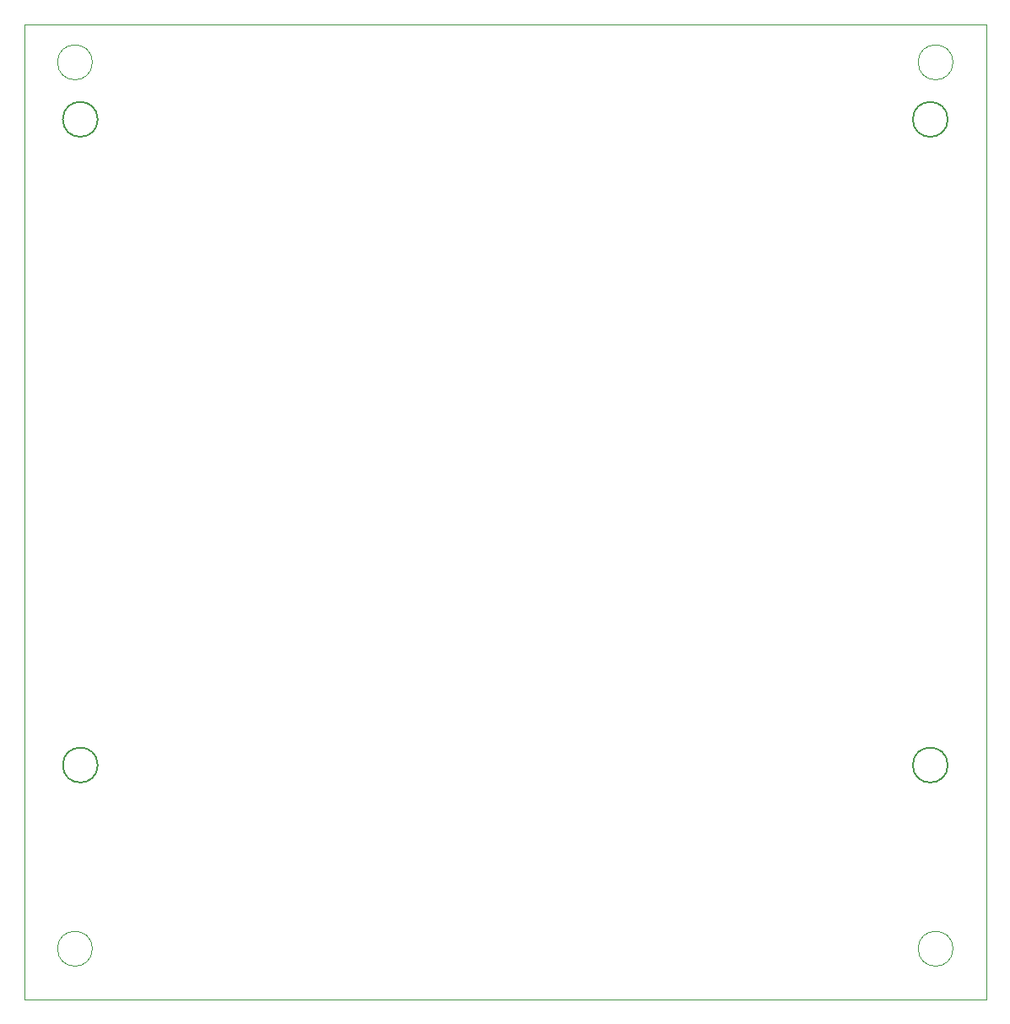
<source format=gbr>
G04 #@! TF.GenerationSoftware,KiCad,Pcbnew,(5.1.9)-1*
G04 #@! TF.CreationDate,2021-04-08T22:59:59+09:00*
G04 #@! TF.ProjectId,EA1176_TiGANBoard,45413131-3736-45f5-9469-47414e426f61,rev?*
G04 #@! TF.SameCoordinates,Original*
G04 #@! TF.FileFunction,Profile,NP*
%FSLAX46Y46*%
G04 Gerber Fmt 4.6, Leading zero omitted, Abs format (unit mm)*
G04 Created by KiCad (PCBNEW (5.1.9)-1) date 2021-04-08 22:59:59*
%MOMM*%
%LPD*%
G01*
G04 APERTURE LIST*
G04 #@! TA.AperFunction,Profile*
%ADD10C,0.038100*%
G04 #@! TD*
G04 #@! TA.AperFunction,Profile*
%ADD11C,0.152400*%
G04 #@! TD*
G04 #@! TA.AperFunction,Profile*
%ADD12C,0.050000*%
G04 #@! TD*
G04 APERTURE END LIST*
D10*
X20320000Y101600000D02*
X20320000Y110490000D01*
X-76200000Y34290000D02*
X-76200000Y25400000D01*
D11*
X-68835000Y36200000D02*
G75*
G03*
X-68835000Y36200000I-1750000J0D01*
G01*
X16455000Y36200000D02*
G75*
G03*
X16455000Y36200000I-1750000J0D01*
G01*
X16455000Y100960000D02*
G75*
G03*
X16455000Y100960000I-1750000J0D01*
G01*
X-68835000Y100960000D02*
G75*
G03*
X-68835000Y100960000I-1750000J0D01*
G01*
D12*
X16990000Y17780000D02*
G75*
G03*
X16990000Y17780000I-1750000J0D01*
G01*
X-69370000Y17780000D02*
G75*
G03*
X-69370000Y17780000I-1750000J0D01*
G01*
X20320000Y12700000D02*
X-76200000Y12700000D01*
X-76200000Y25400000D02*
X-76200000Y12700000D01*
X20320000Y25400000D02*
X20320000Y12700000D01*
X-76200000Y110490000D02*
X20320000Y110490000D01*
X-69370000Y106680000D02*
G75*
G03*
X-69370000Y106680000I-1750000J0D01*
G01*
X16990000Y106680000D02*
G75*
G03*
X16990000Y106680000I-1750000J0D01*
G01*
X20320000Y25400000D02*
X20320000Y101600000D01*
X-76200000Y110490000D02*
X-76200000Y34290000D01*
M02*

</source>
